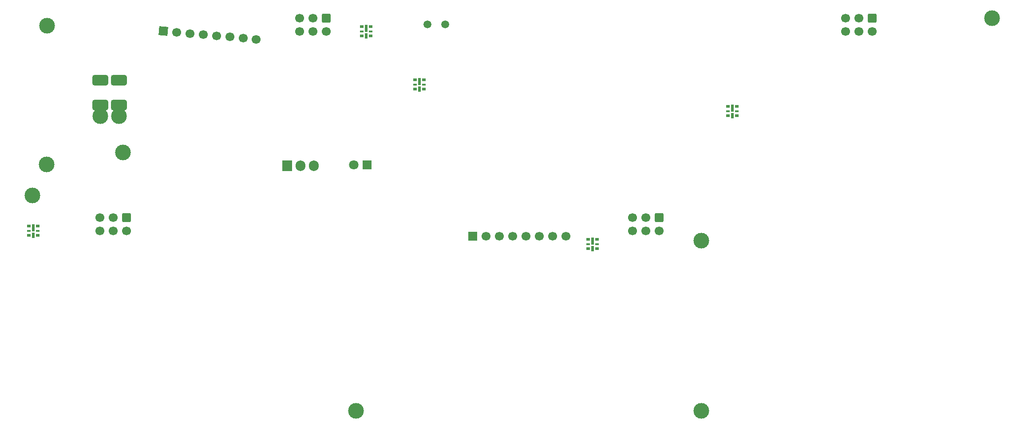
<source format=gts>
%TF.GenerationSoftware,KiCad,Pcbnew,8.0.1*%
%TF.CreationDate,2024-04-05T23:02:16-05:00*%
%TF.ProjectId,badge,62616467-652e-46b6-9963-61645f706362,rev?*%
%TF.SameCoordinates,Original*%
%TF.FileFunction,Soldermask,Top*%
%TF.FilePolarity,Negative*%
%FSLAX46Y46*%
G04 Gerber Fmt 4.6, Leading zero omitted, Abs format (unit mm)*
G04 Created by KiCad (PCBNEW 8.0.1) date 2024-04-05 23:02:16*
%MOMM*%
%LPD*%
G01*
G04 APERTURE LIST*
G04 Aperture macros list*
%AMRoundRect*
0 Rectangle with rounded corners*
0 $1 Rounding radius*
0 $2 $3 $4 $5 $6 $7 $8 $9 X,Y pos of 4 corners*
0 Add a 4 corners polygon primitive as box body*
4,1,4,$2,$3,$4,$5,$6,$7,$8,$9,$2,$3,0*
0 Add four circle primitives for the rounded corners*
1,1,$1+$1,$2,$3*
1,1,$1+$1,$4,$5*
1,1,$1+$1,$6,$7*
1,1,$1+$1,$8,$9*
0 Add four rect primitives between the rounded corners*
20,1,$1+$1,$2,$3,$4,$5,0*
20,1,$1+$1,$4,$5,$6,$7,0*
20,1,$1+$1,$6,$7,$8,$9,0*
20,1,$1+$1,$8,$9,$2,$3,0*%
%AMRotRect*
0 Rectangle, with rotation*
0 The origin of the aperture is its center*
0 $1 length*
0 $2 width*
0 $3 Rotation angle, in degrees counterclockwise*
0 Add horizontal line*
21,1,$1,$2,0,0,$3*%
G04 Aperture macros list end*
%ADD10R,0.800000X0.500000*%
%ADD11R,0.500000X0.980000*%
%ADD12R,0.800000X0.300000*%
%ADD13R,0.500000X1.460000*%
%ADD14R,1.800000X1.800000*%
%ADD15C,1.800000*%
%ADD16C,3.000000*%
%ADD17RoundRect,0.250000X-0.600000X0.600000X-0.600000X-0.600000X0.600000X-0.600000X0.600000X0.600000X0*%
%ADD18C,1.700000*%
%ADD19R,1.700000X1.700000*%
%ADD20RoundRect,0.357142X1.142858X-0.642858X1.142858X0.642858X-1.142858X0.642858X-1.142858X-0.642858X0*%
%ADD21RoundRect,0.357142X-1.142858X0.642858X-1.142858X-0.642858X1.142858X-0.642858X1.142858X0.642858X0*%
%ADD22RotRect,1.700000X1.700000X355.000000*%
%ADD23C,1.500000*%
%ADD24R,1.905000X2.000000*%
%ADD25O,1.905000X2.000000*%
G04 APERTURE END LIST*
D10*
%TO.C,D2*%
X117690000Y-64400000D03*
D11*
X116840000Y-64340000D03*
D12*
X117690000Y-63500000D03*
D10*
X117690000Y-62600000D03*
X115990000Y-62600000D03*
D12*
X115990000Y-63500000D03*
D13*
X116840000Y-62900000D03*
D10*
X115990000Y-64400000D03*
%TD*%
D14*
%TO.C,D6*%
X117040000Y-89000000D03*
D15*
X114500000Y-89000000D03*
%TD*%
D10*
%TO.C,D1*%
X54190000Y-102500000D03*
D11*
X53340000Y-102440000D03*
D12*
X54190000Y-101600000D03*
D10*
X54190000Y-100700000D03*
X52490000Y-100700000D03*
D12*
X52490000Y-101600000D03*
D13*
X53340000Y-101000000D03*
D10*
X52490000Y-102500000D03*
%TD*%
D16*
%TO.C,fiducial2*%
X236220000Y-60960000D03*
%TD*%
D17*
%TO.C,J1*%
X213360000Y-60960000D03*
D18*
X213360000Y-63500000D03*
X210820000Y-60960000D03*
X210820000Y-63500000D03*
X208280000Y-60960000D03*
X208280000Y-63500000D03*
%TD*%
D17*
%TO.C,J1*%
X109220000Y-60960000D03*
D18*
X109220000Y-63500000D03*
X106680000Y-60960000D03*
X106680000Y-63500000D03*
X104140000Y-60960000D03*
X104140000Y-63500000D03*
%TD*%
D10*
%TO.C,D4*%
X160870000Y-105040000D03*
D11*
X160020000Y-104980000D03*
D12*
X160870000Y-104140000D03*
D10*
X160870000Y-103240000D03*
X159170000Y-103240000D03*
D12*
X159170000Y-104140000D03*
D13*
X160020000Y-103540000D03*
D10*
X159170000Y-105040000D03*
%TD*%
D16*
%TO.C,U2*%
X114960000Y-136020000D03*
X180760000Y-103520000D03*
X180760000Y-136020000D03*
D19*
X137160000Y-102600000D03*
D18*
X139700000Y-102600000D03*
X142240000Y-102600000D03*
X144780000Y-102600000D03*
X147320000Y-102600000D03*
X149860000Y-102600000D03*
X152400000Y-102600000D03*
X154940000Y-102600000D03*
%TD*%
D10*
%TO.C,D5*%
X187574305Y-79642363D03*
D11*
X186724305Y-79582363D03*
D12*
X187574305Y-78742363D03*
D10*
X187574305Y-77842363D03*
X185874305Y-77842363D03*
D12*
X185874305Y-78742363D03*
D13*
X186724305Y-78142363D03*
D10*
X185874305Y-79642363D03*
%TD*%
D16*
%TO.C,fiducial1*%
X55880000Y-88900000D03*
%TD*%
D17*
%TO.C,J1*%
X172720000Y-99060000D03*
D18*
X172720000Y-101600000D03*
X170180000Y-99060000D03*
X170180000Y-101600000D03*
X167640000Y-99060000D03*
X167640000Y-101600000D03*
%TD*%
D20*
%TO.C,R9*%
X69679266Y-77600000D03*
X69679266Y-72800000D03*
%TD*%
D21*
%TO.C,R10*%
X66169266Y-72800000D03*
X66169266Y-77600000D03*
%TD*%
D10*
%TO.C,D3*%
X127850000Y-74560000D03*
D11*
X127000000Y-74500000D03*
D12*
X127850000Y-73660000D03*
D10*
X127850000Y-72760000D03*
X126150000Y-72760000D03*
D12*
X126150000Y-73660000D03*
D13*
X127000000Y-73060000D03*
D10*
X126150000Y-74560000D03*
%TD*%
D17*
%TO.C,J1*%
X71120000Y-99060000D03*
D18*
X71120000Y-101600000D03*
X68580000Y-99060000D03*
X68580000Y-101600000D03*
X66040000Y-99060000D03*
X66040000Y-101600000D03*
%TD*%
D16*
%TO.C,U2*%
X56004294Y-62458587D03*
X53171733Y-94834914D03*
D22*
X78200000Y-63476945D03*
D18*
X80730336Y-63698321D03*
X83260669Y-63919696D03*
X85791004Y-64141072D03*
X88321338Y-64362447D03*
X90851673Y-64583823D03*
X93382007Y-64805199D03*
X95912342Y-65026574D03*
%TD*%
D23*
%TO.C,R2*%
X131980000Y-62200000D03*
X128580000Y-62200000D03*
%TD*%
D24*
%TO.C,U3*%
X101760000Y-89150000D03*
D25*
X104300000Y-89150000D03*
X106840000Y-89150000D03*
%TD*%
D16*
%TO.C,U1*%
X69679266Y-79714877D03*
X66169266Y-79714877D03*
X70470010Y-86659629D03*
%TD*%
M02*

</source>
